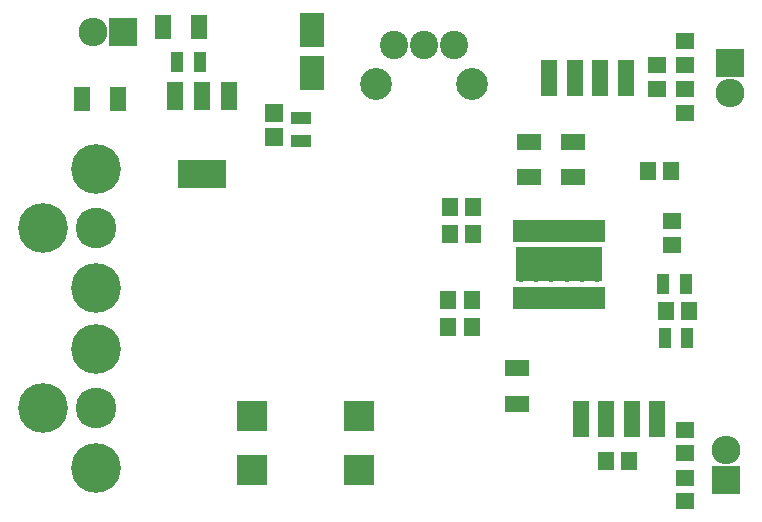
<source format=gbr>
G04 #@! TF.FileFunction,Soldermask,Top*
%FSLAX46Y46*%
G04 Gerber Fmt 4.6, Leading zero omitted, Abs format (unit mm)*
G04 Created by KiCad (PCBNEW 4.0.2-4+6225~38~ubuntu14.04.1-stable) date Thu 07 Jul 2016 06:29:20 PM CEST*
%MOMM*%
G01*
G04 APERTURE LIST*
%ADD10C,0.100000*%
%ADD11C,4.210000*%
%ADD12C,3.448000*%
%ADD13R,1.400000X2.000000*%
%ADD14R,1.650000X1.400000*%
%ADD15R,2.000000X1.400000*%
%ADD16R,2.000200X3.000960*%
%ADD17R,1.400000X1.650000*%
%ADD18R,1.390600X3.092400*%
%ADD19R,2.432000X2.432000*%
%ADD20O,2.432000X2.432000*%
%ADD21R,1.100000X1.700000*%
%ADD22C,2.400000*%
%ADD23C,2.700000*%
%ADD24R,2.508200X2.508200*%
%ADD25R,4.057600X2.432000*%
%ADD26R,1.416000X2.432000*%
%ADD27R,1.700000X1.100000*%
%ADD28R,1.598880X1.598880*%
%ADD29R,0.650000X1.950000*%
%ADD30R,7.400000X3.000000*%
%ADD31C,0.908000*%
G04 APERTURE END LIST*
D10*
D11*
X101600000Y-116840000D03*
X106095800Y-111836200D03*
X106095800Y-121843800D03*
D12*
X106095800Y-116840000D03*
D13*
X104926000Y-90678000D03*
X107926000Y-90678000D03*
X111784000Y-84582000D03*
X114784000Y-84582000D03*
D14*
X153543000Y-89773000D03*
X153543000Y-87773000D03*
X155956000Y-85741000D03*
X155956000Y-87741000D03*
D15*
X142748000Y-94258000D03*
X142748000Y-97258000D03*
D16*
X124333000Y-88414860D03*
X124333000Y-84813140D03*
D15*
X141732000Y-116435000D03*
X141732000Y-113435000D03*
X146431000Y-94258000D03*
X146431000Y-97258000D03*
D14*
X155956000Y-91805000D03*
X155956000Y-89805000D03*
D17*
X151241000Y-121285000D03*
X149241000Y-121285000D03*
D14*
X155956000Y-122698000D03*
X155956000Y-124698000D03*
D17*
X138033000Y-99822000D03*
X136033000Y-99822000D03*
X138033000Y-102108000D03*
X136033000Y-102108000D03*
X137906000Y-109982000D03*
X135906000Y-109982000D03*
X137906000Y-107696000D03*
X135906000Y-107696000D03*
D14*
X155956000Y-120634000D03*
X155956000Y-118634000D03*
D17*
X154321000Y-108585000D03*
X156321000Y-108585000D03*
D14*
X154813000Y-100981000D03*
X154813000Y-102981000D03*
D17*
X154797000Y-96774000D03*
X152797000Y-96774000D03*
D18*
X144449800Y-88900000D03*
X146634200Y-88900000D03*
X150952200Y-88900000D03*
X148767800Y-88900000D03*
X147116800Y-117729000D03*
X149301200Y-117729000D03*
X153619200Y-117729000D03*
X151434800Y-117729000D03*
D19*
X108331000Y-84963000D03*
D20*
X105791000Y-84963000D03*
D21*
X114869000Y-87503000D03*
X112969000Y-87503000D03*
X156144000Y-110871000D03*
X154244000Y-110871000D03*
X154117000Y-106299000D03*
X156017000Y-106299000D03*
D22*
X136358000Y-86106000D03*
X133858000Y-86106000D03*
X131358000Y-86106000D03*
D23*
X137958000Y-89406000D03*
X129758000Y-89406000D03*
D19*
X159766000Y-87630000D03*
D20*
X159766000Y-90170000D03*
D19*
X159385000Y-122936000D03*
D20*
X159385000Y-120396000D03*
D24*
X128384300Y-122008900D03*
X119265700Y-122008900D03*
X128384300Y-117513100D03*
X119265700Y-117513100D03*
D25*
X115062000Y-97028000D03*
D26*
X115062000Y-90424000D03*
X112776000Y-90424000D03*
X117348000Y-90424000D03*
D27*
X123444000Y-94168000D03*
X123444000Y-92268000D03*
D11*
X101600000Y-101600000D03*
X106095800Y-96596200D03*
X106095800Y-106603800D03*
D12*
X106095800Y-101600000D03*
D28*
X121158000Y-91787980D03*
X121158000Y-93886020D03*
D29*
X141713000Y-107448000D03*
X142363000Y-107448000D03*
X143013000Y-107448000D03*
X143663000Y-107448000D03*
X144313000Y-107448000D03*
X144963000Y-107448000D03*
X145613000Y-107448000D03*
X146263000Y-107448000D03*
X146913000Y-107448000D03*
X147563000Y-107448000D03*
X148213000Y-107448000D03*
X148863000Y-107448000D03*
X148863000Y-101848000D03*
X148213000Y-101848000D03*
X147563000Y-101848000D03*
X146913000Y-101848000D03*
X146263000Y-101848000D03*
X145613000Y-101848000D03*
X144963000Y-101848000D03*
X144313000Y-101848000D03*
X143663000Y-101848000D03*
X143013000Y-101848000D03*
X142363000Y-101848000D03*
X141713000Y-101848000D03*
D30*
X145288000Y-104648000D03*
D31*
X142038000Y-103598000D03*
X143338000Y-103598000D03*
X144638000Y-103598000D03*
X145938000Y-103598000D03*
X147238000Y-103598000D03*
X148538000Y-103598000D03*
X142038000Y-104648000D03*
X143338000Y-104648000D03*
X144638000Y-104648000D03*
X145938000Y-104648000D03*
X147238000Y-104648000D03*
X148538000Y-104648000D03*
X142038000Y-105698000D03*
X143338000Y-105698000D03*
X144638000Y-105698000D03*
X145938000Y-105698000D03*
X147238000Y-105698000D03*
X148538000Y-105698000D03*
M02*

</source>
